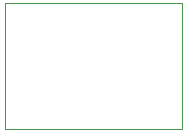
<source format=gm1>
G04 #@! TF.GenerationSoftware,KiCad,Pcbnew,(5.1.5)-3*
G04 #@! TF.CreationDate,2020-08-05T20:59:16-04:00*
G04 #@! TF.ProjectId,SOIC-8,534f4943-2d38-42e6-9b69-6361645f7063,rev?*
G04 #@! TF.SameCoordinates,Original*
G04 #@! TF.FileFunction,Profile,NP*
%FSLAX46Y46*%
G04 Gerber Fmt 4.6, Leading zero omitted, Abs format (unit mm)*
G04 Created by KiCad (PCBNEW (5.1.5)-3) date 2020-08-05 20:59:16*
%MOMM*%
%LPD*%
G04 APERTURE LIST*
%ADD10C,0.050000*%
G04 APERTURE END LIST*
D10*
X83800000Y-83800000D02*
X83800000Y-73200000D01*
X98800000Y-73200000D02*
X98800000Y-83800000D01*
X83800000Y-73200000D02*
X98800000Y-73200000D01*
X98800000Y-83800000D02*
X83800000Y-83800000D01*
M02*

</source>
